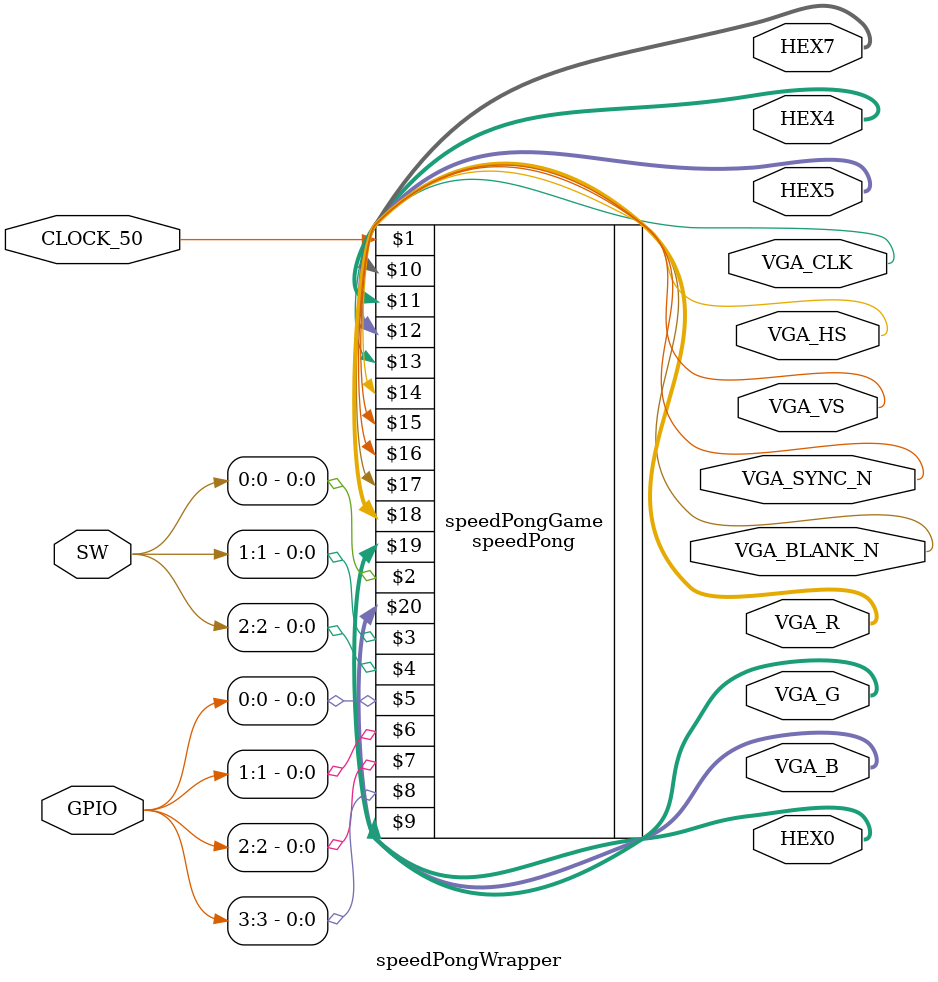
<source format=sv>

module speedPongWrapper(input  logic       CLOCK_50,
                        input  logic [2:0] SW,
                        input  logic [3:0] GPIO,
                        output logic [6:0] HEX0,
                        output logic [6:0] HEX7,
                        output logic [6:0] HEX4,
                        output logic [6:0] HEX5,
                        output logic       VGA_CLK, 
                        output logic       VGA_HS,
                        output logic       VGA_VS,
                        output logic       VGA_SYNC_N,
                        output logic       VGA_BLANK_N,
                        output logic [7:0] VGA_R,
                        output logic [7:0] VGA_G,
                        output logic [7:0] VGA_B);
    speedPong speedPongGame(CLOCK_50, SW[0], SW[1], SW[2], GPIO[0], GPIO[1],
        GPIO[2], GPIO[3], HEX0, HEX7, HEX4, HEX5, VGA_CLK,
        VGA_HS, VGA_VS, VGA_SYNC_N, VGA_BLANK_N, VGA_R,
        VGA_G, VGA_B);
endmodule
</source>
